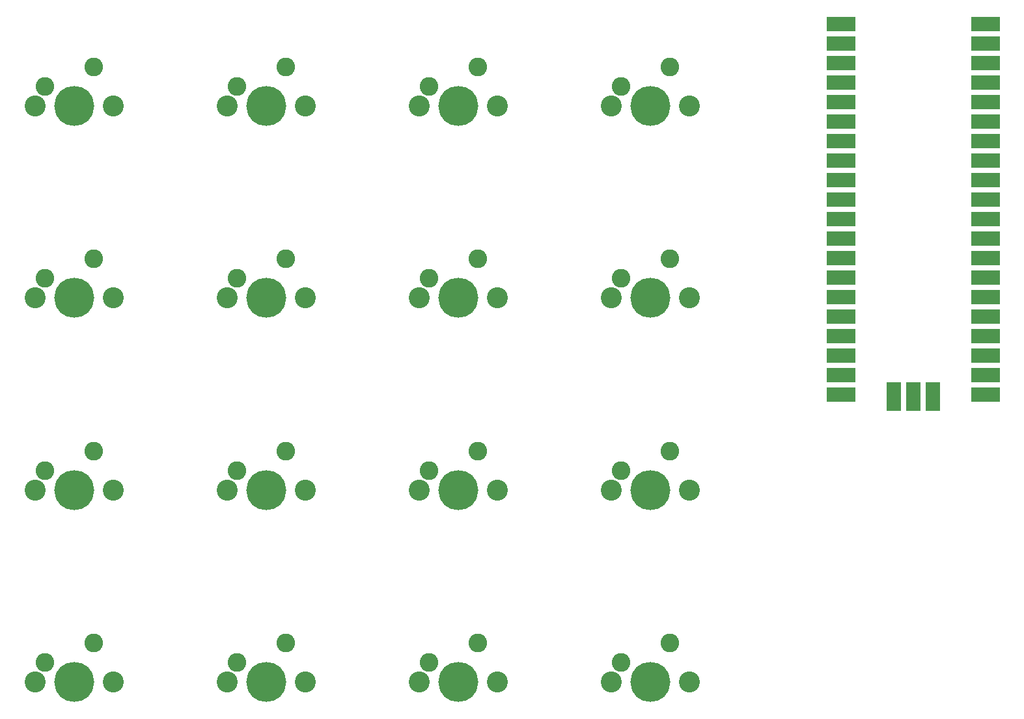
<source format=gts>
G04 Layer: TopSolderMaskLayer*
G04 EasyEDA v6.5.1, 2022-06-14 18:14:27*
G04 a67cddfb3fce44daa9051d46cbbcc19f,10*
G04 Gerber Generator version 0.2*
G04 Scale: 100 percent, Rotated: No, Reflected: No *
G04 Dimensions in millimeters *
G04 leading zeros omitted , absolute positions ,4 integer and 5 decimal *
%FSLAX45Y45*%
%MOMM*%

%ADD26C,1.9032*%
%ADD28C,2.4257*%
%ADD29C,5.2070*%
%ADD30C,2.7305*%

%LPD*%
G36*
X11174984Y9717786D02*
G01*
X11174984Y9908286D01*
X11545315Y9908286D01*
X11545315Y9717786D01*
G37*
G36*
X11174984Y9463786D02*
G01*
X11174984Y9654286D01*
X11545315Y9654286D01*
X11545315Y9463786D01*
G37*
G36*
X11174984Y9209786D02*
G01*
X11174984Y9400286D01*
X11545315Y9400286D01*
X11545315Y9209786D01*
G37*
G36*
X11174984Y8955786D02*
G01*
X11174984Y9146286D01*
X11545315Y9146286D01*
X11545315Y8955786D01*
G37*
G36*
X11174984Y8701786D02*
G01*
X11174984Y8892286D01*
X11545315Y8892286D01*
X11545315Y8701786D01*
G37*
G36*
X11174984Y8447786D02*
G01*
X11174984Y8638286D01*
X11545315Y8638286D01*
X11545315Y8447786D01*
G37*
G36*
X11174984Y8193786D02*
G01*
X11174984Y8384286D01*
X11545315Y8384286D01*
X11545315Y8193786D01*
G37*
G36*
X11174984Y7939786D02*
G01*
X11174984Y8130286D01*
X11545315Y8130286D01*
X11545315Y7939786D01*
G37*
G36*
X11174984Y7685786D02*
G01*
X11174984Y7876286D01*
X11545315Y7876286D01*
X11545315Y7685786D01*
G37*
G36*
X11174984Y7431786D02*
G01*
X11174984Y7622286D01*
X11545315Y7622286D01*
X11545315Y7431786D01*
G37*
G36*
X11174984Y7177786D02*
G01*
X11174984Y7368286D01*
X11545315Y7368286D01*
X11545315Y7177786D01*
G37*
G36*
X11174984Y6923786D02*
G01*
X11174984Y7114286D01*
X11545315Y7114286D01*
X11545315Y6923786D01*
G37*
G36*
X11174984Y6669786D02*
G01*
X11174984Y6860286D01*
X11545315Y6860286D01*
X11545315Y6669786D01*
G37*
G36*
X11174984Y6415786D02*
G01*
X11174984Y6606286D01*
X11545315Y6606286D01*
X11545315Y6415786D01*
G37*
G36*
X11174984Y6161786D02*
G01*
X11174984Y6352286D01*
X11545315Y6352286D01*
X11545315Y6161786D01*
G37*
G36*
X11174984Y5907786D02*
G01*
X11174984Y6098286D01*
X11545315Y6098286D01*
X11545315Y5907786D01*
G37*
G36*
X11174984Y5653786D02*
G01*
X11174984Y5844286D01*
X11545315Y5844286D01*
X11545315Y5653786D01*
G37*
G36*
X11174984Y5399786D02*
G01*
X11174984Y5590286D01*
X11545315Y5590286D01*
X11545315Y5399786D01*
G37*
G36*
X11174984Y5145786D02*
G01*
X11174984Y5336286D01*
X11545315Y5336286D01*
X11545315Y5145786D01*
G37*
G36*
X11174984Y4891786D02*
G01*
X11174984Y5082286D01*
X11545315Y5082286D01*
X11545315Y4891786D01*
G37*
G36*
X13054584Y9717786D02*
G01*
X13054584Y9908286D01*
X13424916Y9908286D01*
X13424916Y9717786D01*
G37*
G36*
X13054584Y9463786D02*
G01*
X13054584Y9654286D01*
X13424916Y9654286D01*
X13424916Y9463786D01*
G37*
G36*
X13054584Y9209786D02*
G01*
X13054584Y9400286D01*
X13424916Y9400286D01*
X13424916Y9209786D01*
G37*
G36*
X13054584Y8955786D02*
G01*
X13054584Y9146286D01*
X13424916Y9146286D01*
X13424916Y8955786D01*
G37*
G36*
X13054584Y8701786D02*
G01*
X13054584Y8892286D01*
X13424916Y8892286D01*
X13424916Y8701786D01*
G37*
G36*
X13054584Y8447786D02*
G01*
X13054584Y8638286D01*
X13424916Y8638286D01*
X13424916Y8447786D01*
G37*
G36*
X13054584Y8193786D02*
G01*
X13054584Y8384286D01*
X13424916Y8384286D01*
X13424916Y8193786D01*
G37*
G36*
X13054584Y7939786D02*
G01*
X13054584Y8130286D01*
X13424916Y8130286D01*
X13424916Y7939786D01*
G37*
G36*
X13054584Y7685786D02*
G01*
X13054584Y7876286D01*
X13424916Y7876286D01*
X13424916Y7685786D01*
G37*
G36*
X13054584Y7431786D02*
G01*
X13054584Y7622286D01*
X13424916Y7622286D01*
X13424916Y7431786D01*
G37*
G36*
X13054584Y7177786D02*
G01*
X13054584Y7368286D01*
X13424916Y7368286D01*
X13424916Y7177786D01*
G37*
G36*
X13054584Y6923786D02*
G01*
X13054584Y7114286D01*
X13424916Y7114286D01*
X13424916Y6923786D01*
G37*
G36*
X13054584Y6669786D02*
G01*
X13054584Y6860286D01*
X13424916Y6860286D01*
X13424916Y6669786D01*
G37*
G36*
X13054584Y6415786D02*
G01*
X13054584Y6606286D01*
X13424916Y6606286D01*
X13424916Y6415786D01*
G37*
G36*
X13054584Y6161786D02*
G01*
X13054584Y6352286D01*
X13424916Y6352286D01*
X13424916Y6161786D01*
G37*
G36*
X13054584Y5907786D02*
G01*
X13054584Y6098286D01*
X13424916Y6098286D01*
X13424916Y5907786D01*
G37*
G36*
X13054584Y5653786D02*
G01*
X13054584Y5844286D01*
X13424916Y5844286D01*
X13424916Y5653786D01*
G37*
G36*
X13054584Y5399786D02*
G01*
X13054584Y5590286D01*
X13424916Y5590286D01*
X13424916Y5399786D01*
G37*
G36*
X13054584Y5145786D02*
G01*
X13054584Y5336286D01*
X13424916Y5336286D01*
X13424916Y5145786D01*
G37*
G36*
X13054584Y4891786D02*
G01*
X13054584Y5082286D01*
X13424916Y5082286D01*
X13424916Y4891786D01*
G37*
G36*
X11950954Y4774184D02*
G01*
X11950954Y5144262D01*
X12141200Y5144262D01*
X12141200Y4774184D01*
G37*
G36*
X12204954Y4774184D02*
G01*
X12204954Y5144262D01*
X12395200Y5144262D01*
X12395200Y4774184D01*
G37*
G36*
X12458954Y4774184D02*
G01*
X12458954Y5144262D01*
X12649200Y5144262D01*
X12649200Y4774184D01*
G37*
D26*
G01*
X11411000Y9813000D03*
G01*
X11411000Y9559000D03*
G36*
X11315954Y9209786D02*
G01*
X11315954Y9400286D01*
X11506200Y9400286D01*
X11506200Y9209786D01*
G37*
G01*
X11411000Y9051000D03*
G01*
X11411000Y8797000D03*
G01*
X11411000Y8543000D03*
G01*
X11411000Y8289000D03*
G36*
X11315954Y7939786D02*
G01*
X11315954Y8130286D01*
X11506200Y8130286D01*
X11506200Y7939786D01*
G37*
G01*
X11411000Y7781000D03*
G01*
X11411000Y7527000D03*
G01*
X11411000Y7273000D03*
G01*
X11411000Y7019000D03*
G36*
X11315954Y6669786D02*
G01*
X11315954Y6860286D01*
X11506200Y6860286D01*
X11506200Y6669786D01*
G37*
G01*
X11411000Y6511000D03*
G01*
X11411000Y6257000D03*
G01*
X11411000Y6003000D03*
G01*
X11411000Y5749000D03*
G36*
X11315954Y5399786D02*
G01*
X11315954Y5590286D01*
X11506200Y5590286D01*
X11506200Y5399786D01*
G37*
G01*
X11411000Y5241000D03*
G01*
X11411000Y4987000D03*
G01*
X13189000Y4987000D03*
G01*
X13189000Y5241000D03*
G36*
X13093954Y5399786D02*
G01*
X13093954Y5590286D01*
X13284200Y5590286D01*
X13284200Y5399786D01*
G37*
G01*
X13189000Y5749000D03*
G01*
X13189000Y6003000D03*
G01*
X13189000Y6257000D03*
G01*
X13189000Y6511000D03*
G36*
X13093954Y6669786D02*
G01*
X13093954Y6860286D01*
X13284200Y6860286D01*
X13284200Y6669786D01*
G37*
G01*
X13189000Y7019000D03*
G01*
X13189000Y7273000D03*
G01*
X13189000Y7527000D03*
G01*
X13189000Y7781000D03*
G36*
X13093954Y7939786D02*
G01*
X13093954Y8130286D01*
X13284200Y8130286D01*
X13284200Y7939786D01*
G37*
G01*
X13189000Y8289000D03*
G01*
X13189000Y8543000D03*
G01*
X13189000Y8797000D03*
G01*
X13189000Y9051000D03*
G36*
X13093954Y9209786D02*
G01*
X13093954Y9400286D01*
X13284200Y9400286D01*
X13284200Y9209786D01*
G37*
G01*
X13189000Y9559000D03*
G01*
X13189000Y9813000D03*
G01*
X12046000Y5010012D03*
G36*
X12204954Y4914900D02*
G01*
X12204954Y5105145D01*
X12395200Y5105145D01*
X12395200Y4914900D01*
G37*
G01*
X12554000Y5010012D03*
D28*
G01*
X1000000Y8999999D03*
G01*
X1635000Y9253999D03*
D29*
G01*
X1381000Y8745999D03*
D30*
G01*
X873000Y8745999D03*
G01*
X1889000Y8745999D03*
D28*
G01*
X3500000Y8999999D03*
G01*
X4135000Y9253999D03*
D29*
G01*
X3881000Y8745999D03*
D30*
G01*
X3373000Y8745999D03*
G01*
X4389000Y8745999D03*
D28*
G01*
X6000000Y8999999D03*
G01*
X6635000Y9253999D03*
D29*
G01*
X6381000Y8745999D03*
D30*
G01*
X5873000Y8745999D03*
G01*
X6889000Y8745999D03*
D28*
G01*
X8500000Y8999999D03*
G01*
X9135000Y9253999D03*
D29*
G01*
X8881000Y8745999D03*
D30*
G01*
X8373000Y8745999D03*
G01*
X9389000Y8745999D03*
D28*
G01*
X1000000Y6499999D03*
G01*
X1635000Y6753999D03*
D29*
G01*
X1381000Y6245999D03*
D30*
G01*
X873000Y6245999D03*
G01*
X1889000Y6245999D03*
D28*
G01*
X3500000Y6499999D03*
G01*
X4135000Y6753999D03*
D29*
G01*
X3881000Y6245999D03*
D30*
G01*
X3373000Y6245999D03*
G01*
X4389000Y6245999D03*
D28*
G01*
X6000000Y6499999D03*
G01*
X6635000Y6753999D03*
D29*
G01*
X6381000Y6245999D03*
D30*
G01*
X5873000Y6245999D03*
G01*
X6889000Y6245999D03*
D28*
G01*
X8500000Y6499999D03*
G01*
X9135000Y6753999D03*
D29*
G01*
X8881000Y6245999D03*
D30*
G01*
X8373000Y6245999D03*
G01*
X9389000Y6245999D03*
D28*
G01*
X1000000Y3999999D03*
G01*
X1635000Y4253999D03*
D29*
G01*
X1381000Y3745999D03*
D30*
G01*
X873000Y3745999D03*
G01*
X1889000Y3745999D03*
D28*
G01*
X3500000Y3999999D03*
G01*
X4135000Y4253999D03*
D29*
G01*
X3881000Y3745999D03*
D30*
G01*
X3373000Y3745999D03*
G01*
X4389000Y3745999D03*
D28*
G01*
X6000000Y3999999D03*
G01*
X6635000Y4253999D03*
D29*
G01*
X6381000Y3745999D03*
D30*
G01*
X5873000Y3745999D03*
G01*
X6889000Y3745999D03*
D28*
G01*
X8500000Y3999999D03*
G01*
X9135000Y4253999D03*
D29*
G01*
X8881000Y3745999D03*
D30*
G01*
X8373000Y3745999D03*
G01*
X9389000Y3745999D03*
D28*
G01*
X1000000Y1499999D03*
G01*
X1635000Y1753999D03*
D29*
G01*
X1381000Y1245999D03*
D30*
G01*
X873000Y1245999D03*
G01*
X1889000Y1245999D03*
D28*
G01*
X3500000Y1499999D03*
G01*
X4135000Y1753999D03*
D29*
G01*
X3881000Y1245999D03*
D30*
G01*
X3373000Y1245999D03*
G01*
X4389000Y1245999D03*
D28*
G01*
X6000000Y1499999D03*
G01*
X6635000Y1753999D03*
D29*
G01*
X6381000Y1245999D03*
D30*
G01*
X5873000Y1245999D03*
G01*
X6889000Y1245999D03*
D28*
G01*
X8500000Y1499999D03*
G01*
X9135000Y1753999D03*
D29*
G01*
X8881000Y1245999D03*
D30*
G01*
X8373000Y1245999D03*
G01*
X9389000Y1245999D03*
M02*

</source>
